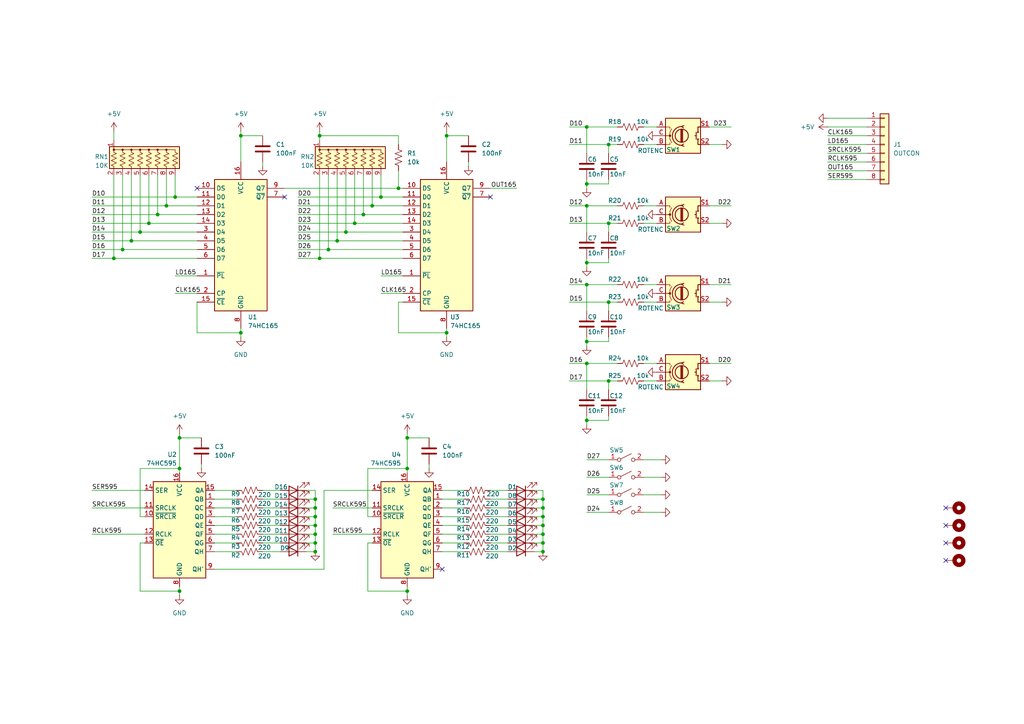
<source format=kicad_sch>
(kicad_sch (version 20231120) (generator "eeschema") (generator_version "8.0")
  (paper "A4")
  (junction (at 157.48 154.94))
  (junction (at 157.48 149.86))
  (junction (at 129.54 39.37))
  (junction (at 110.49 57.15))
  (junction (at 176.53 64.77))
  (junction (at 45.72 62.23))
  (junction (at 91.44 152.4))
  (junction (at 48.26 59.69))
  (junction (at 52.07 135.89))
  (junction (at 118.11 135.89))
  (junction (at 52.07 171.45))
  (junction (at 170.18 36.83))
  (junction (at 170.18 53.34))
  (junction (at 157.48 147.32))
  (junction (at 176.53 87.63))
  (junction (at 176.53 41.91))
  (junction (at 157.48 160.02))
  (junction (at 91.44 149.86))
  (junction (at 118.11 171.45))
  (junction (at 157.48 152.4))
  (junction (at 170.18 82.55))
  (junction (at 91.44 144.78))
  (junction (at 105.41 62.23))
  (junction (at 91.44 154.94))
  (junction (at 69.85 39.37))
  (junction (at 102.87 64.77))
  (junction (at 170.18 76.2))
  (junction (at 115.57 54.61))
  (junction (at 107.95 59.69))
  (junction (at 52.07 127))
  (junction (at 35.56 72.39))
  (junction (at 170.18 105.41))
  (junction (at 95.25 72.39))
  (junction (at 157.48 157.48))
  (junction (at 33.02 74.93))
  (junction (at 170.18 99.06))
  (junction (at 40.64 67.31))
  (junction (at 38.1 69.85))
  (junction (at 69.85 96.52))
  (junction (at 92.71 74.93))
  (junction (at 129.54 96.52))
  (junction (at 100.33 67.31))
  (junction (at 50.8 57.15))
  (junction (at 176.53 110.49))
  (junction (at 118.11 127))
  (junction (at 157.48 144.78))
  (junction (at 91.44 147.32))
  (junction (at 43.18 64.77))
  (junction (at 91.44 157.48))
  (junction (at 92.71 39.37))
  (junction (at 91.44 160.02))
  (junction (at 170.18 121.92))
  (junction (at 97.79 69.85))
  (junction (at 170.18 59.69))
  (no_connect (at 274.32 162.56))
  (no_connect (at 57.15 54.61))
  (no_connect (at 274.32 147.32))
  (no_connect (at 128.27 165.1))
  (no_connect (at 142.24 57.15))
  (no_connect (at 274.32 157.48))
  (no_connect (at 274.32 152.4))
  (no_connect (at 82.55 57.15))
  (wire (pts (xy 128.27 152.4) (xy 134.62 152.4)))
  (wire (pts (xy 186.69 82.55) (xy 190.5 82.55)))
  (wire (pts (xy 26.67 62.23) (xy 45.72 62.23)))
  (wire (pts (xy 129.54 95.25) (xy 129.54 96.52)))
  (wire (pts (xy 26.67 154.94) (xy 41.91 154.94)))
  (wire (pts (xy 76.2 147.32) (xy 81.28 147.32)))
  (wire (pts (xy 86.36 69.85) (xy 97.79 69.85)))
  (wire (pts (xy 82.55 54.61) (xy 115.57 54.61)))
  (wire (pts (xy 142.24 154.94) (xy 147.32 154.94)))
  (wire (pts (xy 115.57 87.63) (xy 115.57 96.52)))
  (wire (pts (xy 62.23 149.86) (xy 68.58 149.86)))
  (wire (pts (xy 176.53 76.2) (xy 170.18 76.2)))
  (wire (pts (xy 106.68 157.48) (xy 106.68 171.45)))
  (wire (pts (xy 165.1 87.63) (xy 176.53 87.63)))
  (wire (pts (xy 176.53 41.91) (xy 176.53 44.45)))
  (wire (pts (xy 170.18 36.83) (xy 179.07 36.83)))
  (wire (pts (xy 240.03 41.91) (xy 251.46 41.91)))
  (wire (pts (xy 186.69 36.83) (xy 190.5 36.83)))
  (wire (pts (xy 40.64 135.89) (xy 52.07 135.89)))
  (wire (pts (xy 52.07 125.73) (xy 52.07 127)))
  (wire (pts (xy 93.98 165.1) (xy 93.98 142.24)))
  (wire (pts (xy 118.11 171.45) (xy 118.11 172.72)))
  (wire (pts (xy 92.71 74.93) (xy 116.84 74.93)))
  (wire (pts (xy 170.18 99.06) (xy 170.18 100.33)))
  (wire (pts (xy 176.53 74.93) (xy 176.53 76.2)))
  (wire (pts (xy 69.85 95.25) (xy 69.85 96.52)))
  (wire (pts (xy 128.27 147.32) (xy 134.62 147.32)))
  (wire (pts (xy 26.67 147.32) (xy 41.91 147.32)))
  (wire (pts (xy 41.91 149.86) (xy 40.64 149.86)))
  (wire (pts (xy 186.69 105.41) (xy 190.5 105.41)))
  (wire (pts (xy 110.49 57.15) (xy 116.84 57.15)))
  (wire (pts (xy 176.53 64.77) (xy 176.53 67.31)))
  (wire (pts (xy 52.07 127) (xy 58.42 127)))
  (wire (pts (xy 69.85 97.79) (xy 69.85 96.52)))
  (wire (pts (xy 128.27 154.94) (xy 134.62 154.94)))
  (wire (pts (xy 176.53 120.65) (xy 176.53 121.92)))
  (wire (pts (xy 205.74 105.41) (xy 212.09 105.41)))
  (wire (pts (xy 157.48 147.32) (xy 157.48 149.86)))
  (wire (pts (xy 176.53 121.92) (xy 170.18 121.92)))
  (wire (pts (xy 105.41 50.8) (xy 105.41 62.23)))
  (wire (pts (xy 118.11 127) (xy 118.11 135.89)))
  (wire (pts (xy 165.1 36.83) (xy 170.18 36.83)))
  (wire (pts (xy 118.11 135.89) (xy 118.11 137.16)))
  (wire (pts (xy 97.79 69.85) (xy 116.84 69.85)))
  (wire (pts (xy 170.18 120.65) (xy 170.18 121.92)))
  (wire (pts (xy 52.07 135.89) (xy 52.07 137.16)))
  (wire (pts (xy 106.68 135.89) (xy 118.11 135.89)))
  (wire (pts (xy 96.52 147.32) (xy 107.95 147.32)))
  (wire (pts (xy 142.24 152.4) (xy 147.32 152.4)))
  (wire (pts (xy 58.42 134.62) (xy 58.42 135.89)))
  (wire (pts (xy 154.94 147.32) (xy 157.48 147.32)))
  (wire (pts (xy 62.23 154.94) (xy 68.58 154.94)))
  (wire (pts (xy 88.9 142.24) (xy 91.44 142.24)))
  (wire (pts (xy 43.18 50.8) (xy 43.18 64.77)))
  (wire (pts (xy 170.18 76.2) (xy 170.18 77.47)))
  (wire (pts (xy 92.71 50.8) (xy 92.71 74.93)))
  (wire (pts (xy 62.23 142.24) (xy 68.58 142.24)))
  (wire (pts (xy 26.67 72.39) (xy 35.56 72.39)))
  (wire (pts (xy 26.67 142.24) (xy 41.91 142.24)))
  (wire (pts (xy 96.52 154.94) (xy 107.95 154.94)))
  (wire (pts (xy 157.48 144.78) (xy 157.48 147.32)))
  (wire (pts (xy 105.41 62.23) (xy 116.84 62.23)))
  (wire (pts (xy 100.33 50.8) (xy 100.33 67.31)))
  (wire (pts (xy 154.94 157.48) (xy 157.48 157.48)))
  (wire (pts (xy 176.53 53.34) (xy 170.18 53.34)))
  (wire (pts (xy 107.95 50.8) (xy 107.95 59.69)))
  (wire (pts (xy 40.64 171.45) (xy 52.07 171.45)))
  (wire (pts (xy 142.24 54.61) (xy 149.86 54.61)))
  (wire (pts (xy 154.94 160.02) (xy 157.48 160.02)))
  (wire (pts (xy 205.74 36.83) (xy 212.09 36.83)))
  (wire (pts (xy 170.18 148.59) (xy 176.53 148.59)))
  (wire (pts (xy 76.2 154.94) (xy 81.28 154.94)))
  (wire (pts (xy 186.69 87.63) (xy 190.5 87.63)))
  (wire (pts (xy 176.53 99.06) (xy 170.18 99.06)))
  (wire (pts (xy 62.23 152.4) (xy 68.58 152.4)))
  (wire (pts (xy 186.69 59.69) (xy 190.5 59.69)))
  (wire (pts (xy 69.85 39.37) (xy 76.2 39.37)))
  (wire (pts (xy 240.03 34.29) (xy 251.46 34.29)))
  (wire (pts (xy 26.67 57.15) (xy 50.8 57.15)))
  (wire (pts (xy 115.57 41.91) (xy 115.57 39.37)))
  (wire (pts (xy 57.15 87.63) (xy 57.15 96.52)))
  (wire (pts (xy 157.48 152.4) (xy 157.48 154.94)))
  (wire (pts (xy 110.49 85.09) (xy 116.84 85.09)))
  (wire (pts (xy 69.85 39.37) (xy 69.85 46.99)))
  (wire (pts (xy 170.18 121.92) (xy 170.18 123.19)))
  (wire (pts (xy 50.8 57.15) (xy 57.15 57.15)))
  (wire (pts (xy 40.64 50.8) (xy 40.64 67.31)))
  (wire (pts (xy 76.2 149.86) (xy 81.28 149.86)))
  (wire (pts (xy 170.18 53.34) (xy 170.18 54.61)))
  (wire (pts (xy 92.71 38.1) (xy 92.71 39.37)))
  (wire (pts (xy 91.44 152.4) (xy 91.44 154.94)))
  (wire (pts (xy 115.57 96.52) (xy 129.54 96.52)))
  (wire (pts (xy 100.33 67.31) (xy 116.84 67.31)))
  (wire (pts (xy 191.77 143.51) (xy 186.69 143.51)))
  (wire (pts (xy 142.24 142.24) (xy 147.32 142.24)))
  (wire (pts (xy 106.68 171.45) (xy 118.11 171.45)))
  (wire (pts (xy 170.18 74.93) (xy 170.18 76.2)))
  (wire (pts (xy 91.44 157.48) (xy 91.44 160.02)))
  (wire (pts (xy 240.03 44.45) (xy 251.46 44.45)))
  (wire (pts (xy 97.79 50.8) (xy 97.79 69.85)))
  (wire (pts (xy 205.74 82.55) (xy 212.09 82.55)))
  (wire (pts (xy 191.77 138.43) (xy 186.69 138.43)))
  (wire (pts (xy 115.57 39.37) (xy 92.71 39.37)))
  (wire (pts (xy 176.53 110.49) (xy 176.53 113.03)))
  (wire (pts (xy 107.95 59.69) (xy 116.84 59.69)))
  (wire (pts (xy 209.55 110.49) (xy 205.74 110.49)))
  (wire (pts (xy 165.1 110.49) (xy 176.53 110.49)))
  (wire (pts (xy 52.07 171.45) (xy 52.07 172.72)))
  (wire (pts (xy 170.18 59.69) (xy 170.18 67.31)))
  (wire (pts (xy 240.03 39.37) (xy 251.46 39.37)))
  (wire (pts (xy 76.2 157.48) (xy 81.28 157.48)))
  (wire (pts (xy 92.71 39.37) (xy 92.71 40.64)))
  (wire (pts (xy 209.55 41.91) (xy 205.74 41.91)))
  (wire (pts (xy 40.64 157.48) (xy 41.91 157.48)))
  (wire (pts (xy 110.49 50.8) (xy 110.49 57.15)))
  (wire (pts (xy 91.44 154.94) (xy 91.44 157.48)))
  (wire (pts (xy 129.54 39.37) (xy 129.54 46.99)))
  (wire (pts (xy 176.53 41.91) (xy 179.07 41.91)))
  (wire (pts (xy 26.67 64.77) (xy 43.18 64.77)))
  (wire (pts (xy 154.94 152.4) (xy 157.48 152.4)))
  (wire (pts (xy 142.24 147.32) (xy 147.32 147.32)))
  (wire (pts (xy 38.1 69.85) (xy 57.15 69.85)))
  (wire (pts (xy 38.1 50.8) (xy 38.1 69.85)))
  (wire (pts (xy 170.18 82.55) (xy 179.07 82.55)))
  (wire (pts (xy 128.27 142.24) (xy 134.62 142.24)))
  (wire (pts (xy 86.36 74.93) (xy 92.71 74.93)))
  (wire (pts (xy 50.8 80.01) (xy 57.15 80.01)))
  (wire (pts (xy 129.54 96.52) (xy 129.54 97.79)))
  (wire (pts (xy 26.67 67.31) (xy 40.64 67.31)))
  (wire (pts (xy 76.2 152.4) (xy 81.28 152.4)))
  (wire (pts (xy 95.25 50.8) (xy 95.25 72.39)))
  (wire (pts (xy 76.2 46.99) (xy 76.2 48.26)))
  (wire (pts (xy 91.44 144.78) (xy 91.44 147.32)))
  (wire (pts (xy 142.24 144.78) (xy 147.32 144.78)))
  (wire (pts (xy 88.9 144.78) (xy 91.44 144.78)))
  (wire (pts (xy 186.69 110.49) (xy 190.5 110.49)))
  (wire (pts (xy 142.24 149.86) (xy 147.32 149.86)))
  (wire (pts (xy 157.48 154.94) (xy 157.48 157.48)))
  (wire (pts (xy 40.64 149.86) (xy 40.64 135.89)))
  (wire (pts (xy 165.1 59.69) (xy 170.18 59.69)))
  (wire (pts (xy 62.23 144.78) (xy 68.58 144.78)))
  (wire (pts (xy 35.56 72.39) (xy 57.15 72.39)))
  (wire (pts (xy 209.55 87.63) (xy 205.74 87.63)))
  (wire (pts (xy 128.27 160.02) (xy 134.62 160.02)))
  (wire (pts (xy 40.64 67.31) (xy 57.15 67.31)))
  (wire (pts (xy 240.03 49.53) (xy 251.46 49.53)))
  (wire (pts (xy 86.36 72.39) (xy 95.25 72.39)))
  (wire (pts (xy 50.8 85.09) (xy 57.15 85.09)))
  (wire (pts (xy 107.95 149.86) (xy 106.68 149.86)))
  (wire (pts (xy 50.8 50.8) (xy 50.8 57.15)))
  (wire (pts (xy 170.18 105.41) (xy 179.07 105.41)))
  (wire (pts (xy 91.44 149.86) (xy 91.44 152.4)))
  (wire (pts (xy 102.87 50.8) (xy 102.87 64.77)))
  (wire (pts (xy 95.25 72.39) (xy 116.84 72.39)))
  (wire (pts (xy 176.53 52.07) (xy 176.53 53.34)))
  (wire (pts (xy 176.53 110.49) (xy 179.07 110.49)))
  (wire (pts (xy 62.23 147.32) (xy 68.58 147.32)))
  (wire (pts (xy 176.53 87.63) (xy 176.53 90.17)))
  (wire (pts (xy 88.9 160.02) (xy 91.44 160.02)))
  (wire (pts (xy 154.94 142.24) (xy 157.48 142.24)))
  (wire (pts (xy 88.9 157.48) (xy 91.44 157.48)))
  (wire (pts (xy 165.1 82.55) (xy 170.18 82.55)))
  (wire (pts (xy 26.67 74.93) (xy 33.02 74.93)))
  (wire (pts (xy 33.02 74.93) (xy 57.15 74.93)))
  (wire (pts (xy 91.44 147.32) (xy 91.44 149.86)))
  (wire (pts (xy 176.53 87.63) (xy 179.07 87.63)))
  (wire (pts (xy 129.54 38.1) (xy 129.54 39.37)))
  (wire (pts (xy 62.23 157.48) (xy 68.58 157.48)))
  (wire (pts (xy 118.11 170.18) (xy 118.11 171.45)))
  (wire (pts (xy 118.11 125.73) (xy 118.11 127)))
  (wire (pts (xy 33.02 38.1) (xy 33.02 40.64)))
  (wire (pts (xy 170.18 36.83) (xy 170.18 44.45)))
  (wire (pts (xy 62.23 165.1) (xy 93.98 165.1)))
  (wire (pts (xy 165.1 41.91) (xy 176.53 41.91)))
  (wire (pts (xy 62.23 160.02) (xy 68.58 160.02)))
  (wire (pts (xy 142.24 160.02) (xy 147.32 160.02)))
  (wire (pts (xy 128.27 149.86) (xy 134.62 149.86)))
  (wire (pts (xy 52.07 170.18) (xy 52.07 171.45)))
  (wire (pts (xy 186.69 41.91) (xy 190.5 41.91)))
  (wire (pts (xy 170.18 59.69) (xy 179.07 59.69)))
  (wire (pts (xy 191.77 133.35) (xy 186.69 133.35)))
  (wire (pts (xy 86.36 62.23) (xy 105.41 62.23)))
  (wire (pts (xy 157.48 149.86) (xy 157.48 152.4)))
  (wire (pts (xy 205.74 59.69) (xy 212.09 59.69)))
  (wire (pts (xy 86.36 57.15) (xy 110.49 57.15)))
  (wire (pts (xy 45.72 62.23) (xy 57.15 62.23)))
  (wire (pts (xy 135.89 46.99) (xy 135.89 48.26)))
  (wire (pts (xy 170.18 105.41) (xy 170.18 113.03)))
  (wire (pts (xy 170.18 82.55) (xy 170.18 90.17)))
  (wire (pts (xy 128.27 157.48) (xy 134.62 157.48)))
  (wire (pts (xy 170.18 143.51) (xy 176.53 143.51)))
  (wire (pts (xy 26.67 69.85) (xy 38.1 69.85)))
  (wire (pts (xy 118.11 127) (xy 124.46 127)))
  (wire (pts (xy 186.69 64.77) (xy 190.5 64.77)))
  (wire (pts (xy 86.36 67.31) (xy 100.33 67.31)))
  (wire (pts (xy 76.2 142.24) (xy 81.28 142.24)))
  (wire (pts (xy 154.94 154.94) (xy 157.48 154.94)))
  (wire (pts (xy 165.1 105.41) (xy 170.18 105.41)))
  (wire (pts (xy 88.9 152.4) (xy 91.44 152.4)))
  (wire (pts (xy 40.64 157.48) (xy 40.64 171.45)))
  (wire (pts (xy 240.03 46.99) (xy 251.46 46.99)))
  (wire (pts (xy 57.15 96.52) (xy 69.85 96.52)))
  (wire (pts (xy 91.44 142.24) (xy 91.44 144.78)))
  (wire (pts (xy 170.18 97.79) (xy 170.18 99.06)))
  (wire (pts (xy 116.84 87.63) (xy 115.57 87.63)))
  (wire (pts (xy 88.9 154.94) (xy 91.44 154.94)))
  (wire (pts (xy 170.18 52.07) (xy 170.18 53.34)))
  (wire (pts (xy 165.1 64.77) (xy 176.53 64.77)))
  (wire (pts (xy 240.03 36.83) (xy 251.46 36.83)))
  (wire (pts (xy 142.24 157.48) (xy 147.32 157.48)))
  (wire (pts (xy 128.27 144.78) (xy 134.62 144.78)))
  (wire (pts (xy 88.9 147.32) (xy 91.44 147.32)))
  (wire (pts (xy 191.77 148.59) (xy 186.69 148.59)))
  (wire (pts (xy 88.9 149.86) (xy 91.44 149.86)))
  (wire (pts (xy 115.57 49.53) (xy 115.57 54.61)))
  (wire (pts (xy 157.48 157.48) (xy 157.48 160.02)))
  (wire (pts (xy 176.53 97.79) (xy 176.53 99.06)))
  (wire (pts (xy 48.26 59.69) (xy 57.15 59.69)))
  (wire (pts (xy 106.68 157.48) (xy 107.95 157.48)))
  (wire (pts (xy 86.36 59.69) (xy 107.95 59.69)))
  (wire (pts (xy 106.68 149.86) (xy 106.68 135.89)))
  (wire (pts (xy 209.55 64.77) (xy 205.74 64.77)))
  (wire (pts (xy 176.53 64.77) (xy 179.07 64.77)))
  (wire (pts (xy 157.48 144.78) (xy 157.48 142.24)))
  (wire (pts (xy 43.18 64.77) (xy 57.15 64.77)))
  (wire (pts (xy 129.54 39.37) (xy 135.89 39.37)))
  (wire (pts (xy 124.46 134.62) (xy 124.46 135.89)))
  (wire (pts (xy 52.07 127) (xy 52.07 135.89)))
  (wire (pts (xy 35.56 50.8) (xy 35.56 72.39)))
  (wire (pts (xy 240.03 52.07) (xy 251.46 52.07)))
  (wire (pts (xy 33.02 50.8) (xy 33.02 74.93)))
  (wire (pts (xy 93.98 142.24) (xy 107.95 142.24)))
  (wire (pts (xy 26.67 59.69) (xy 48.26 59.69)))
  (wire (pts (xy 45.72 50.8) (xy 45.72 62.23)))
  (wire (pts (xy 69.85 38.1) (xy 69.85 39.37)))
  (wire (pts (xy 154.94 149.86) (xy 157.48 149.86)))
  (wire (pts (xy 170.18 138.43) (xy 176.53 138.43)))
  (wire (pts (xy 102.87 64.77) (xy 116.84 64.77)))
  (wire (pts (xy 170.18 133.35) (xy 176.53 133.35)))
  (wire (pts (xy 110.49 80.01) (xy 116.84 80.01)))
  (wire (pts (xy 48.26 50.8) (xy 48.26 59.69)))
  (wire (pts (xy 76.2 160.02) (xy 81.28 160.02)))
  (wire (pts (xy 115.57 54.61) (xy 116.84 54.61)))
  (wire (pts (xy 86.36 64.77) (xy 102.87 64.77)))
  (wire (pts (xy 154.94 144.78) (xy 157.48 144.78)))
  (wire (pts (xy 76.2 144.78) (xy 81.28 144.78)))
  (label "LD165" (at 50.8 80.01 0))
  (label "CLK165" (at 240.03 39.37 0))
  (label "D17" (at 26.67 74.93 0))
  (label "D14" (at 165.1 82.55 0))
  (label "D15" (at 165.1 87.63 0))
  (label "D22" (at 212.09 59.69 180))
  (label "D13" (at 26.67 64.77 0))
  (label "RCLK595" (at 26.67 154.94 0))
  (label "D12" (at 165.1 59.69 0))
  (label "RCLK595" (at 240.03 46.99 0))
  (label "OUT165" (at 149.86 54.61 180))
  (label "D16" (at 165.1 105.41 0))
  (label "D10" (at 26.67 57.15 0))
  (label "CLK165" (at 50.8 85.09 0))
  (label "SRCLK595" (at 96.52 147.32 0))
  (label "D21" (at 86.36 59.69 0))
  (label "D17" (at 165.1 110.49 0))
  (label "D11" (at 165.1 41.91 0))
  (label "SRCLK595" (at 240.03 44.45 0))
  (label "D20" (at 212.09 105.41 180))
  (label "D20" (at 86.36 57.15 0))
  (label "D23" (at 210.82 36.83 180))
  (label "D15" (at 26.67 69.85 0))
  (label "LD165" (at 110.49 80.01 0))
  (label "D24" (at 170.18 148.59 0))
  (label "CLK165" (at 110.49 85.09 0))
  (label "D21" (at 212.09 82.55 180))
  (label "SER595" (at 26.67 142.24 0))
  (label "D27" (at 86.36 74.93 0))
  (label "D12" (at 26.67 62.23 0))
  (label "D13" (at 165.1 64.77 0))
  (label "D22" (at 86.36 62.23 0))
  (label "SRCLK595" (at 26.67 147.32 0))
  (label "D14" (at 26.67 67.31 0))
  (label "D10" (at 165.1 36.83 0))
  (label "D11" (at 26.67 59.69 0))
  (label "D26" (at 86.36 72.39 0))
  (label "D25" (at 86.36 69.85 0))
  (label "SER595" (at 240.03 52.07 0))
  (label "RCLK595" (at 96.52 154.94 0))
  (label "D26" (at 170.18 138.43 0))
  (label "D24" (at 86.36 67.31 0))
  (label "D27" (at 170.18 133.35 0))
  (label "LD165" (at 240.03 41.91 0))
  (label "OUT165" (at 240.03 49.53 0))
  (label "D25" (at 170.18 143.51 0))
  (label "D16" (at 26.67 72.39 0))
  (label "D23" (at 86.36 64.77 0))
  (symbol (lib_id "Device:R_US") (at 72.39 152.4 90) (mirror x) (unit 1)
    (property "Reference" "R5" (at 68.326 153.416 90))
    (property "Value" "220" (at 76.708 153.67 90))
    (property "Footprint" "Resistor_THT:R_Axial_DIN0207_L6.3mm_D2.5mm_P10.16mm_Horizontal" (effects (hide yes)))
    (property "Description" "Resistor, US symbol" (effects (hide yes)))
  )
  (symbol (lib_id "Device:LED") (at 85.09 147.32 180) (unit 1)
    (property "Reference" "D14" (at 81.534 146.304 0))
    (property "Value" "LED" (effects (hide yes)))
    (property "Footprint" "LED_THT:LED_D3.0mm" (effects (hide yes)))
    (property "Description" "Light emitting diode" (effects (hide yes)))
  )
  (symbol (lib_id "Device:C") (at 76.2 43.18 0) (unit 1)
    (property "Reference" "C1" (at 80.01 41.9099 0) (effects (justify left)))
    (property "Value" "100nF" (at 80.01 44.4499 0) (effects (justify left)))
    (property "Footprint" "Capacitor_THT:C_Rect_L4.0mm_W2.5mm_P2.50mm" (effects (hide yes)))
    (property "Description" "Unpolarized capacitor" (effects (hide yes)))
  )
  (symbol (lib_id "Device:LED") (at 151.13 149.86 180) (unit 1)
    (property "Reference" "D6" (at 148.59 148.844 0))
    (property "Value" "LED" (effects (hide yes)))
    (property "Footprint" "LED_THT:LED_D3.0mm" (effects (hide yes)))
    (property "Description" "Light emitting diode" (effects (hide yes)))
  )
  (symbol (lib_id "Device:LED") (at 85.09 142.24 180) (unit 1)
    (property "Reference" "D16" (at 81.534 141.224 0))
    (property "Value" "LED" (effects (hide yes)))
    (property "Footprint" "LED_THT:LED_D3.0mm" (effects (hide yes)))
    (property "Description" "Light emitting diode" (effects (hide yes)))
  )
  (symbol (lib_id "Device:R_US") (at 72.39 144.78 90) (mirror x) (unit 1)
    (property "Reference" "R8" (at 68.326 145.796 90))
    (property "Value" "220" (at 76.708 146.05 90))
    (property "Footprint" "Resistor_THT:R_Axial_DIN0207_L6.3mm_D2.5mm_P10.16mm_Horizontal" (effects (hide yes)))
    (property "Description" "Resistor, US symbol" (effects (hide yes)))
  )
  (symbol (lib_id "Device:R_US") (at 182.88 59.69 90) (unit 1)
    (property "Reference" "R20" (at 178.308 58.166 90))
    (property "Value" "10k" (at 186.436 58.166 90))
    (property "Footprint" "Resistor_THT:R_Axial_DIN0207_L6.3mm_D2.5mm_P10.16mm_Horizontal" (effects (hide yes)))
    (property "Description" "Resistor, US symbol" (effects (hide yes)))
  )
  (symbol (lib_id "Device:RotaryEncoder_Switch") (at 198.12 62.23 0) (unit 1)
    (property "Reference" "SW2" (at 195.326 66.294 0))
    (property "Value" "ROTENC" (at 188.722 66.548 0))
    (property "Footprint" "Rotary_Encoder:RotaryEncoder_Alps_EC11E-Switch_Vertical_H20mm" (effects (hide yes)))
    (property "Description" "Rotary encoder, dual channel, incremental quadrate outputs, with switch" (effects (hide yes)))
  )
  (symbol (lib_id "power:GND") (at 118.11 172.72 0) (unit 1)
    (property "Reference" "#PWR010" (effects (hide yes)))
    (property "Value" "GND" (at 118.11 177.8 0))
    (property "Description" "Power symbol creates a global label with name \"GND\" , ground" (effects (hide yes)))
  )
  (symbol (lib_id "Device:LED") (at 85.09 149.86 180) (unit 1)
    (property "Reference" "D13" (at 81.534 148.844 0))
    (property "Value" "LED" (effects (hide yes)))
    (property "Footprint" "LED_THT:LED_D3.0mm" (effects (hide yes)))
    (property "Description" "Light emitting diode" (effects (hide yes)))
  )
  (symbol (lib_id "power:GND") (at 91.44 160.02 0) (unit 1)
    (property "Reference" "#PWR028" (effects (hide yes)))
    (property "Value" "GND" (effects (hide yes)))
    (property "Description" "Power symbol creates a global label with name \"GND\" , ground" (effects (hide yes)))
  )
  (symbol (lib_id "Device:R_US") (at 138.43 154.94 90) (mirror x) (unit 1)
    (property "Reference" "R13" (at 134.366 155.956 90))
    (property "Value" "220" (at 142.748 156.21 90))
    (property "Footprint" "Resistor_THT:R_Axial_DIN0207_L6.3mm_D2.5mm_P10.16mm_Horizontal" (effects (hide yes)))
    (property "Description" "Resistor, US symbol" (effects (hide yes)))
  )
  (symbol (lib_id "Mechanical:MountingHole_Pad") (at 276.86 162.56 270) (unit 1) (exclude_from_sim yes) (in_bom no)
    (property "Reference" "H4" (effects (hide yes)))
    (property "Value" "MountingHole_Pad" (effects (hide yes)))
    (property "Footprint" "MountingHole:MountingHole_3mm_Pad" (effects (hide yes)))
    (property "Description" "Mounting Hole with connection" (effects (hide yes)))
  )
  (symbol (lib_id "Device:R_US") (at 72.39 157.48 90) (mirror x) (unit 1)
    (property "Reference" "R3" (at 68.326 158.496 90))
    (property "Value" "220" (at 76.708 158.75 90))
    (property "Footprint" "Resistor_THT:R_Axial_DIN0207_L6.3mm_D2.5mm_P10.16mm_Horizontal" (effects (hide yes)))
    (property "Description" "Resistor, US symbol" (effects (hide yes)))
  )
  (symbol (lib_id "power:GND") (at 191.77 138.43 90) (unit 1)
    (property "Reference" "#PWR024" (effects (hide yes)))
    (property "Value" "GND" (effects (hide yes)))
    (property "Description" "Power symbol creates a global label with name \"GND\" , ground" (effects (hide yes)))
  )
  (symbol (lib_id "power:+5V") (at 52.07 125.73 0) (unit 1)
    (property "Reference" "#PWR08" (effects (hide yes)))
    (property "Value" "+5V" (at 52.07 120.65 0))
    (property "Description" "Power symbol creates a global label with name \"+5V\"" (effects (hide yes)))
  )
  (symbol (lib_id "power:GND") (at 124.46 135.89 0) (unit 1)
    (property "Reference" "#PWR014" (effects (hide yes)))
    (property "Value" "GND" (effects (hide yes)))
    (property "Description" "Power symbol creates a global label with name \"GND\" , ground" (effects (hide yes)))
  )
  (symbol (lib_id "power:+5V") (at 118.11 125.73 0) (unit 1)
    (property "Reference" "#PWR09" (effects (hide yes)))
    (property "Value" "+5V" (at 118.11 120.65 0))
    (property "Description" "Power symbol creates a global label with name \"+5V\"" (effects (hide yes)))
  )
  (symbol (lib_id "Device:LED") (at 151.13 157.48 180) (unit 1)
    (property "Reference" "D3" (at 148.59 156.464 0))
    (property "Value" "LED" (effects (hide yes)))
    (property "Footprint" "LED_THT:LED_D3.0mm" (effects (hide yes)))
    (property "Description" "Light emitting diode" (effects (hide yes)))
  )
  (symbol (lib_id "power:GND") (at 209.55 41.91 90) (unit 1)
    (property "Reference" "#PWR015" (effects (hide yes)))
    (property "Value" "GND" (effects (hide yes)))
    (property "Description" "Power symbol creates a global label with name \"GND\" , ground" (effects (hide yes)))
  )
  (symbol (lib_id "power:GND") (at 191.77 143.51 90) (unit 1)
    (property "Reference" "#PWR025" (effects (hide yes)))
    (property "Value" "GND" (effects (hide yes)))
    (property "Description" "Power symbol creates a global label with name \"GND\" , ground" (effects (hide yes)))
  )
  (symbol (lib_id "74xx:74HC595") (at 118.11 152.4 0) (unit 1)
    (property "Reference" "U4" (at 116.332 131.826 0) (effects (justify right)))
    (property "Value" "74HC595" (at 116.332 134.366 0) (effects (justify right)))
    (property "Footprint" "Package_DIP:DIP-16_W7.62mm_LongPads" (effects (hide yes)))
    (property "Datasheet" "http://www.ti.com/lit/ds/symlink/sn74hc595.pdf" (effects (hide yes)))
    (property "Description" "8-bit serial in/out Shift Register 3-State Outputs" (effects (hide yes)))
  )
  (symbol (lib_id "Device:R_US") (at 182.88 105.41 90) (unit 1)
    (property "Reference" "R24" (at 178.308 103.886 90))
    (property "Value" "10k" (at 186.436 103.886 90))
    (property "Footprint" "Resistor_THT:R_Axial_DIN0207_L6.3mm_D2.5mm_P10.16mm_Horizontal" (effects (hide yes)))
    (property "Description" "Resistor, US symbol" (effects (hide yes)))
  )
  (symbol (lib_id "Device:R_US") (at 72.39 147.32 90) (mirror x) (unit 1)
    (property "Reference" "R7" (at 68.326 148.336 90))
    (property "Value" "220" (at 76.708 148.59 90))
    (property "Footprint" "Resistor_THT:R_Axial_DIN0207_L6.3mm_D2.5mm_P10.16mm_Horizontal" (effects (hide yes)))
    (property "Description" "Resistor, US symbol" (effects (hide yes)))
  )
  (symbol (lib_id "Device:R_US") (at 138.43 157.48 90) (mirror x) (unit 1)
    (property "Reference" "R12" (at 134.366 158.496 90))
    (property "Value" "220" (at 142.748 158.75 90))
    (property "Footprint" "Resistor_THT:R_Axial_DIN0207_L6.3mm_D2.5mm_P10.16mm_Horizontal" (effects (hide yes)))
    (property "Description" "Resistor, US symbol" (effects (hide yes)))
  )
  (symbol (lib_id "Device:RotaryEncoder_Switch") (at 198.12 85.09 0) (unit 1)
    (property "Reference" "SW3" (at 195.326 89.154 0))
    (property "Value" "ROTENC" (at 188.722 89.408 0))
    (property "Footprint" "Rotary_Encoder:RotaryEncoder_Alps_EC11E-Switch_Vertical_H20mm" (effects (hide yes)))
    (property "Description" "Rotary encoder, dual channel, incremental quadrate outputs, with switch" (effects (hide yes)))
  )
  (symbol (lib_id "Switch:SW_SPST") (at 181.61 133.35 0) (unit 1)
    (property "Reference" "SW5" (at 178.816 130.556 0))
    (property "Value" "IN" (effects (hide yes)))
    (property "Footprint" "Button_Switch_THT:SW_PUSH_6mm" (effects (hide yes)))
    (property "Description" "Single Pole Single Throw (SPST) switch" (effects (hide yes)))
  )
  (symbol (lib_id "Device:C") (at 58.42 130.81 0) (unit 1)
    (property "Reference" "C3" (at 62.23 129.5399 0) (effects (justify left)))
    (property "Value" "100nF" (at 62.23 132.0799 0) (effects (justify left)))
    (property "Footprint" "Capacitor_THT:C_Rect_L4.0mm_W2.5mm_P2.50mm" (effects (hide yes)))
    (property "Description" "Unpolarized capacitor" (effects (hide yes)))
  )
  (symbol (lib_id "Device:R_US") (at 138.43 149.86 90) (mirror x) (unit 1)
    (property "Reference" "R15" (at 134.366 150.876 90))
    (property "Value" "220" (at 142.748 151.13 90))
    (property "Footprint" "Resistor_THT:R_Axial_DIN0207_L6.3mm_D2.5mm_P10.16mm_Horizontal" (effects (hide yes)))
    (property "Description" "Resistor, US symbol" (effects (hide yes)))
  )
  (symbol (lib_id "Switch:SW_SPST") (at 181.61 138.43 0) (unit 1)
    (property "Reference" "SW6" (at 178.816 135.636 0))
    (property "Value" "IN" (effects (hide yes)))
    (property "Footprint" "Button_Switch_THT:SW_PUSH_6mm" (effects (hide yes)))
    (property "Description" "Single Pole Single Throw (SPST) switch" (effects (hide yes)))
  )
  (symbol (lib_id "power:GND") (at 190.5 62.23 270) (unit 1)
    (property "Reference" "#PWR031" (effects (hide yes)))
    (property "Value" "GND" (effects (hide yes)))
    (property "Description" "Power symbol creates a global label with name \"GND\" , ground" (effects (hide yes)))
  )
  (symbol (lib_id "Device:R_Network08_US") (at 102.87 45.72 0) (unit 1)
    (property "Reference" "RN2" (at 91.186 45.466 0) (effects (justify right)))
    (property "Value" "10K" (at 91.186 48.006 0) (effects (justify right)))
    (property "Footprint" "Resistor_THT:R_Array_SIP9" (effects (hide yes)))
    (property "Datasheet" "http://www.vishay.com/docs/31509/csc.pdf" (effects (hide yes)))
    (property "Description" "8 resistor network, star topology, bussed resistors, small US symbol" (effects (hide yes)))
  )
  (symbol (lib_id "Device:R_US") (at 182.88 87.63 90) (unit 1)
    (property "Reference" "R23" (at 178.308 86.106 90))
    (property "Value" "10k" (at 186.436 86.106 90))
    (property "Footprint" "Resistor_THT:R_Axial_DIN0207_L6.3mm_D2.5mm_P10.16mm_Horizontal" (effects (hide yes)))
    (property "Description" "Resistor, US symbol" (effects (hide yes)))
  )
  (symbol (lib_id "power:GND") (at 76.2 48.26 0) (unit 1)
    (property "Reference" "#PWR011" (effects (hide yes)))
    (property "Value" "GND" (effects (hide yes)))
    (property "Description" "Power symbol creates a global label with name \"GND\" , ground" (effects (hide yes)))
  )
  (symbol (lib_id "Device:R_US") (at 182.88 82.55 90) (unit 1)
    (property "Reference" "R22" (at 178.308 81.026 90))
    (property "Value" "10k" (at 186.436 81.026 90))
    (property "Footprint" "Resistor_THT:R_Axial_DIN0207_L6.3mm_D2.5mm_P10.16mm_Horizontal" (effects (hide yes)))
    (property "Description" "Resistor, US symbol" (effects (hide yes)))
  )
  (symbol (lib_id "power:GND") (at 190.5 39.37 270) (unit 1)
    (property "Reference" "#PWR032" (effects (hide yes)))
    (property "Value" "GND" (effects (hide yes)))
    (property "Description" "Power symbol creates a global label with name \"GND\" , ground" (effects (hide yes)))
  )
  (symbol (lib_id "Device:LED") (at 85.09 144.78 180) (unit 1)
    (property "Reference" "D15" (at 81.534 143.764 0))
    (property "Value" "LED" (effects (hide yes)))
    (property "Footprint" "LED_THT:LED_D3.0mm" (effects (hide yes)))
    (property "Description" "Light emitting diode" (effects (hide yes)))
  )
  (symbol (lib_id "power:GND") (at 135.89 48.26 0) (unit 1)
    (property "Reference" "#PWR012" (effects (hide yes)))
    (property "Value" "GND" (effects (hide yes)))
    (property "Description" "Power symbol creates a global label with name \"GND\" , ground" (effects (hide yes)))
  )
  (symbol (lib_id "Device:R_US") (at 115.57 45.72 0) (unit 1)
    (property "Reference" "R1" (at 118.11 44.4499 0) (effects (justify left)))
    (property "Value" "10k" (at 118.11 46.9899 0) (effects (justify left)))
    (property "Footprint" "Resistor_THT:R_Axial_DIN0207_L6.3mm_D2.5mm_P10.16mm_Horizontal" (effects (hide yes)))
    (property "Description" "Resistor, US symbol" (effects (hide yes)))
  )
  (symbol (lib_id "power:GND") (at 170.18 100.33 0) (unit 1)
    (property "Reference" "#PWR019" (effects (hide yes)))
    (property "Value" "GND" (effects (hide yes)))
    (property "Description" "Power symbol creates a global label with name \"GND\" , ground" (effects (hide yes)))
  )
  (symbol (lib_id "Device:R_US") (at 72.39 160.02 90) (mirror x) (unit 1)
    (property "Reference" "R2" (at 68.326 161.036 90))
    (property "Value" "220" (at 76.708 161.29 90))
    (property "Footprint" "Resistor_THT:R_Axial_DIN0207_L6.3mm_D2.5mm_P10.16mm_Horizontal" (effects (hide yes)))
    (property "Description" "Resistor, US symbol" (effects (hide yes)))
  )
  (symbol (lib_id "power:GND") (at 170.18 77.47 0) (unit 1)
    (property "Reference" "#PWR017" (effects (hide yes)))
    (property "Value" "GND" (effects (hide yes)))
    (property "Description" "Power symbol creates a global label with name \"GND\" , ground" (effects (hide yes)))
  )
  (symbol (lib_id "Device:LED") (at 151.13 142.24 180) (unit 1)
    (property "Reference" "D1" (at 148.59 141.224 0))
    (property "Value" "LED" (effects (hide yes)))
    (property "Footprint" "LED_THT:LED_D3.0mm" (effects (hide yes)))
    (property "Description" "Light emitting diode" (effects (hide yes)))
  )
  (symbol (lib_id "Switch:SW_SPST") (at 181.61 143.51 0) (unit 1)
    (property "Reference" "SW7" (at 178.816 140.716 0))
    (property "Value" "IN" (effects (hide yes)))
    (property "Footprint" "Button_Switch_THT:SW_PUSH_6mm" (effects (hide yes)))
    (property "Description" "Single Pole Single Throw (SPST) switch" (effects (hide yes)))
  )
  (symbol (lib_id "Device:LED") (at 85.09 157.48 180) (unit 1)
    (property "Reference" "D10" (at 81.534 156.464 0))
    (property "Value" "LED" (effects (hide yes)))
    (property "Footprint" "LED_THT:LED_D3.0mm" (effects (hide yes)))
    (property "Description" "Light emitting diode" (effects (hide yes)))
  )
  (symbol (lib_id "74xx:74HC165") (at 69.85 69.85 0) (unit 1)
    (property "Reference" "U1" (at 71.882 91.948 0) (effects (justify left)))
    (property "Value" "74HC165" (at 71.882 94.488 0) (effects (justify left)))
    (property "Footprint" "Package_DIP:DIP-16_W7.62mm_LongPads" (effects (hide yes)))
    (property "Datasheet" "https://assets.nexperia.com/documents/data-sheet/74HC_HCT165.pdf" (effects (hide yes)))
    (property "Description" "Shift Register, 8-bit, Parallel Load" (effects (hide yes)))
  )
  (symbol (lib_id "Device:R_US") (at 72.39 142.24 90) (mirror x) (unit 1)
    (property "Reference" "R9" (at 68.326 143.256 90))
    (property "Value" "220" (at 76.708 143.51 90))
    (property "Footprint" "Resistor_THT:R_Axial_DIN0207_L6.3mm_D2.5mm_P10.16mm_Horizontal" (effects (hide yes)))
    (property "Description" "Resistor, US symbol" (effects (hide yes)))
  )
  (symbol (lib_id "Device:R_US") (at 138.43 147.32 90) (mirror x) (unit 1)
    (property "Reference" "R16" (at 134.366 148.336 90))
    (property "Value" "220" (at 142.748 148.59 90))
    (property "Footprint" "Resistor_THT:R_Axial_DIN0207_L6.3mm_D2.5mm_P10.16mm_Horizontal" (effects (hide yes)))
    (property "Description" "Resistor, US symbol" (effects (hide yes)))
  )
  (symbol (lib_id "Device:C") (at 176.53 93.98 0) (unit 1)
    (property "Reference" "C10" (at 176.784 91.948 0) (effects (justify left)))
    (property "Value" "10nF" (at 176.784 96.266 0) (effects (justify left)))
    (property "Footprint" "Capacitor_THT:C_Rect_L4.0mm_W2.5mm_P2.50mm" (effects (hide yes)))
    (property "Description" "Unpolarized capacitor" (effects (hide yes)))
  )
  (symbol (lib_id "Device:C") (at 135.89 43.18 0) (unit 1)
    (property "Reference" "C2" (at 139.7 41.9099 0) (effects (justify left)))
    (property "Value" "100nF" (at 139.7 44.4499 0) (effects (justify left)))
    (property "Footprint" "Capacitor_THT:C_Rect_L4.0mm_W2.5mm_P2.50mm" (effects (hide yes)))
    (property "Description" "Unpolarized capacitor" (effects (hide yes)))
  )
  (symbol (lib_id "power:GND") (at 190.5 85.09 270) (unit 1)
    (property "Reference" "#PWR030" (effects (hide yes)))
    (property "Value" "GND" (effects (hide yes)))
    (property "Description" "Power symbol creates a global label with name \"GND\" , ground" (effects (hide yes)))
  )
  (symbol (lib_id "Mechanical:MountingHole_Pad") (at 276.86 152.4 270) (unit 1) (exclude_from_sim yes) (in_bom no)
    (property "Reference" "H2" (effects (hide yes)))
    (property "Value" "MountingHole_Pad" (effects (hide yes)))
    (property "Footprint" "MountingHole:MountingHole_3mm_Pad" (effects (hide yes)))
    (property "Description" "Mounting Hole with connection" (effects (hide yes)))
  )
  (symbol (lib_id "Device:R_US") (at 138.43 160.02 90) (mirror x) (unit 1)
    (property "Reference" "R11" (at 134.366 161.036 90))
    (property "Value" "220" (at 142.748 161.29 90))
    (property "Footprint" "Resistor_THT:R_Axial_DIN0207_L6.3mm_D2.5mm_P10.16mm_Horizontal" (effects (hide yes)))
    (property "Description" "Resistor, US symbol" (effects (hide yes)))
  )
  (symbol (lib_id "power:GND") (at 209.55 64.77 90) (unit 1)
    (property "Reference" "#PWR018" (effects (hide yes)))
    (property "Value" "GND" (effects (hide yes)))
    (property "Description" "Power symbol creates a global label with name \"GND\" , ground" (effects (hide yes)))
  )
  (symbol (lib_id "74xx:74HC595") (at 52.07 152.4 0) (unit 1)
    (property "Reference" "U2" (at 51.308 131.826 0) (effects (justify right)))
    (property "Value" "74HC595" (at 51.308 134.366 0) (effects (justify right)))
    (property "Footprint" "Package_DIP:DIP-16_W7.62mm_LongPads" (effects (hide yes)))
    (property "Datasheet" "http://www.ti.com/lit/ds/symlink/sn74hc595.pdf" (effects (hide yes)))
    (property "Description" "8-bit serial in/out Shift Register 3-State Outputs" (effects (hide yes)))
  )
  (symbol (lib_id "Device:LED") (at 85.09 152.4 180) (unit 1)
    (property "Reference" "D12" (at 81.534 151.384 0))
    (property "Value" "LED" (effects (hide yes)))
    (property "Footprint" "LED_THT:LED_D3.0mm" (effects (hide yes)))
    (property "Description" "Light emitting diode" (effects (hide yes)))
  )
  (symbol (lib_id "power:GND") (at 191.77 148.59 90) (unit 1)
    (property "Reference" "#PWR026" (effects (hide yes)))
    (property "Value" "GND" (effects (hide yes)))
    (property "Description" "Power symbol creates a global label with name \"GND\" , ground" (effects (hide yes)))
  )
  (symbol (lib_id "Device:C") (at 170.18 48.26 0) (unit 1)
    (property "Reference" "C6" (at 170.434 46.228 0) (effects (justify left)))
    (property "Value" "10nF" (at 170.434 50.546 0) (effects (justify left)))
    (property "Footprint" "Capacitor_THT:C_Rect_L4.0mm_W2.5mm_P2.50mm" (effects (hide yes)))
    (property "Description" "Unpolarized capacitor" (effects (hide yes)))
  )
  (symbol (lib_id "Device:R_US") (at 182.88 110.49 90) (unit 1)
    (property "Reference" "R25" (at 178.308 108.966 90))
    (property "Value" "10k" (at 186.436 108.966 90))
    (property "Footprint" "Resistor_THT:R_Axial_DIN0207_L6.3mm_D2.5mm_P10.16mm_Horizontal" (effects (hide yes)))
    (property "Description" "Resistor, US symbol" (effects (hide yes)))
  )
  (symbol (lib_id "Device:LED") (at 151.13 144.78 180) (unit 1)
    (property "Reference" "D8" (at 148.59 143.764 0))
    (property "Value" "LED" (effects (hide yes)))
    (property "Footprint" "LED_THT:LED_D3.0mm" (effects (hide yes)))
    (property "Description" "Light emitting diode" (effects (hide yes)))
  )
  (symbol (lib_id "power:GND") (at 191.77 133.35 90) (unit 1)
    (property "Reference" "#PWR023" (effects (hide yes)))
    (property "Value" "GND" (effects (hide yes)))
    (property "Description" "Power symbol creates a global label with name \"GND\" , ground" (effects (hide yes)))
  )
  (symbol (lib_id "Device:R_US") (at 182.88 41.91 90) (unit 1)
    (property "Reference" "R19" (at 178.308 40.386 90))
    (property "Value" "10k" (at 186.436 40.386 90))
    (property "Footprint" "Resistor_THT:R_Axial_DIN0207_L6.3mm_D2.5mm_P10.16mm_Horizontal" (effects (hide yes)))
    (property "Description" "Resistor, US symbol" (effects (hide yes)))
  )
  (symbol (lib_id "power:GND") (at 240.03 34.29 270) (mirror x) (unit 1)
    (property "Reference" "#PWR033" (effects (hide yes)))
    (property "Value" "GND" (effects (hide yes)))
    (property "Description" "Power symbol creates a global label with name \"GND\" , ground" (effects (hide yes)))
  )
  (symbol (lib_id "power:GND") (at 69.85 97.79 0) (unit 1)
    (property "Reference" "#PWR02" (effects (hide yes)))
    (property "Value" "GND" (at 69.85 102.87 0))
    (property "Description" "Power symbol creates a global label with name \"GND\" , ground" (effects (hide yes)))
  )
  (symbol (lib_id "power:GND") (at 170.18 54.61 0) (unit 1)
    (property "Reference" "#PWR016" (effects (hide yes)))
    (property "Value" "GND" (effects (hide yes)))
    (property "Description" "Power symbol creates a global label with name \"GND\" , ground" (effects (hide yes)))
  )
  (symbol (lib_id "power:GND") (at 209.55 110.49 90) (unit 1)
    (property "Reference" "#PWR022" (effects (hide yes)))
    (property "Value" "GND" (effects (hide yes)))
    (property "Description" "Power symbol creates a global label with name \"GND\" , ground" (effects (hide yes)))
  )
  (symbol (lib_id "Device:RotaryEncoder_Switch") (at 198.12 39.37 0) (unit 1)
    (property "Reference" "SW1" (at 195.326 43.434 0))
    (property "Value" "ROTENC" (at 188.722 43.688 0))
    (property "Footprint" "Rotary_Encoder:RotaryEncoder_Alps_EC11E-Switch_Vertical_H20mm" (effects (hide yes)))
    (property "Description" "Rotary encoder, dual channel, incremental quadrate outputs, with switch" (effects (hide yes)))
  )
  (symbol (lib_id "Mechanical:MountingHole_Pad") (at 276.86 147.32 270) (unit 1) (exclude_from_sim yes) (in_bom no)
    (property "Reference" "H1" (effects (hide yes)))
    (property "Value" "MountingHole_Pad" (effects (hide yes)))
    (property "Footprint" "MountingHole:MountingHole_3mm_Pad" (effects (hide yes)))
    (property "Description" "Mounting Hole with connection" (effects (hide yes)))
  )
  (symbol (lib_id "Mechanical:MountingHole_Pad") (at 276.86 157.48 270) (unit 1) (exclude_from_sim yes) (in_bom no)
    (property "Reference" "H3" (effects (hide yes)))
    (property "Value" "MountingHole_Pad" (effects (hide yes)))
    (property "Footprint" "MountingHole:MountingHole_3mm_Pad" (effects (hide yes)))
    (property "Description" "Mounting Hole with connection" (effects (hide yes)))
  )
  (symbol (lib_id "Device:C") (at 176.53 48.26 0) (unit 1)
    (property "Reference" "C5" (at 176.784 46.228 0) (effects (justify left)))
    (property "Value" "10nF" (at 176.784 50.546 0) (effects (justify left)))
    (property "Footprint" "Capacitor_THT:C_Rect_L4.0mm_W2.5mm_P2.50mm" (effects (hide yes)))
    (property "Description" "Unpolarized capacitor" (effects (hide yes)))
  )
  (symbol (lib_id "Device:C") (at 170.18 71.12 0) (unit 1)
    (property "Reference" "C7" (at 170.434 69.088 0) (effects (justify left)))
    (property "Value" "10nF" (at 170.434 73.406 0) (effects (justify left)))
    (property "Footprint" "Capacitor_THT:C_Rect_L4.0mm_W2.5mm_P2.50mm" (effects (hide yes)))
    (property "Description" "Unpolarized capacitor" (effects (hide yes)))
  )
  (symbol (lib_id "Device:R_US") (at 182.88 36.83 90) (unit 1)
    (property "Reference" "R18" (at 178.308 35.306 90))
    (property "Value" "10k" (at 186.436 35.306 90))
    (property "Footprint" "Resistor_THT:R_Axial_DIN0207_L6.3mm_D2.5mm_P10.16mm_Horizontal" (effects (hide yes)))
    (property "Description" "Resistor, US symbol" (effects (hide yes)))
  )
  (symbol (lib_id "Device:R_US") (at 182.88 64.77 90) (unit 1)
    (property "Reference" "R21" (at 178.308 63.246 90))
    (property "Value" "10k" (at 186.436 63.246 90))
    (property "Footprint" "Resistor_THT:R_Axial_DIN0207_L6.3mm_D2.5mm_P10.16mm_Horizontal" (effects (hide yes)))
    (property "Description" "Resistor, US symbol" (effects (hide yes)))
  )
  (symbol (lib_id "power:GND") (at 129.54 97.79 0) (unit 1)
    (property "Reference" "#PWR06" (effects (hide yes)))
    (property "Value" "GND" (at 129.54 102.87 0))
    (property "Description" "Power symbol creates a global label with name \"GND\" , ground" (effects (hide yes)))
  )
  (symbol (lib_id "Device:R_US") (at 138.43 142.24 90) (unit 1)
    (property "Reference" "R10" (at 134.366 143.256 90))
    (property "Value" "220" (at 143.002 143.256 90))
    (property "Footprint" "Resistor_THT:R_Axial_DIN0207_L6.3mm_D2.5mm_P10.16mm_Horizontal" (effects (hide yes)))
    (property "Description" "Resistor, US symbol" (effects (hide yes)))
  )
  (symbol (lib_id "Device:LED") (at 151.13 154.94 180) (unit 1)
    (property "Reference" "D4" (at 148.59 153.924 0))
    (property "Value" "LED" (effects (hide yes)))
    (property "Footprint" "LED_THT:LED_D3.0mm" (effects (hide yes)))
    (property "Description" "Light emitting diode" (effects (hide yes)))
  )
  (symbol (lib_id "Device:LED") (at 85.09 160.02 180) (unit 1)
    (property "Reference" "D9" (at 82.55 159.004 0))
    (property "Value" "LED" (effects (hide yes)))
    (property "Footprint" "LED_THT:LED_D3.0mm" (effects (hide yes)))
    (property "Description" "Light emitting diode" (effects (hide yes)))
  )
  (symbol (lib_id "power:+5V") (at 69.85 38.1 0) (unit 1)
    (property "Reference" "#PWR03" (effects (hide yes)))
    (property "Value" "+5V" (at 69.85 33.02 0))
    (property "Description" "Power symbol creates a global label with name \"+5V\"" (effects (hide yes)))
  )
  (symbol (lib_id "74xx:74HC165") (at 129.54 69.85 0) (unit 1)
    (property "Reference" "U3" (at 130.556 91.948 0) (effects (justify left)))
    (property "Value" "74HC165" (at 130.556 94.488 0) (effects (justify left)))
    (property "Footprint" "Package_DIP:DIP-16_W7.62mm_LongPads" (effects (hide yes)))
    (property "Datasheet" "https://assets.nexperia.com/documents/data-sheet/74HC_HCT165.pdf" (effects (hide yes)))
    (property "Description" "Shift Register, 8-bit, Parallel Load" (effects (hide yes)))
  )
  (symbol (lib_id "Device:LED") (at 151.13 160.02 180) (unit 1)
    (property "Reference" "D2" (at 148.59 159.004 0))
    (property "Value" "LED" (effects (hide yes)))
    (property "Footprint" "LED_THT:LED_D3.0mm" (effects (hide yes)))
    (property "Description" "Light emitting diode" (effects (hide yes)))
  )
  (symbol (lib_id "Device:LED") (at 85.09 154.94 180) (unit 1)
    (property "Reference" "D11" (at 81.534 153.924 0))
    (property "Value" "LED" (effects (hide yes)))
    (property "Footprint" "LED_THT:LED_D3.0mm" (effects (hide yes)))
    (property "Description" "Light emitting diode" (effects (hide yes)))
  )
  (symbol (lib_id "Connector_Generic:Conn_01x08") (at 256.54 41.91 0) (unit 1)
    (property "Reference" "J1" (at 259.08 41.9099 0) (effects (justify left)))
    (property "Value" "OUTCON" (at 259.08 44.4499 0) (effects (justify left)))
    (property "Footprint" "Connector_PinSocket_2.54mm:PinSocket_1x08_P2.54mm_Vertical" (effects (hide yes)))
    (property "Description" "Generic connector, single row, 01x08, script generated (kicad-library-utils/schlib/autogen/connector/)" (effects (hide yes)))
  )
  (symbol (lib_id "Device:R_US") (at 138.43 152.4 90) (mirror x) (unit 1)
    (property "Reference" "R14" (at 134.366 153.416 90))
    (property "Value" "220" (at 142.748 153.67 90))
    (property "Footprint" "Resistor_THT:R_Axial_DIN0207_L6.3mm_D2.5mm_P10.16mm_Horizontal" (effects (hide yes)))
    (property "Description" "Resistor, US symbol" (effects (hide yes)))
  )
  (symbol (lib_id "Switch:SW_SPST") (at 181.61 148.59 0) (unit 1)
    (property "Reference" "SW8" (at 178.816 145.796 0))
    (property "Value" "IN" (effects (hide yes)))
    (property "Footprint" "Button_Switch_THT:SW_PUSH_6mm" (effects (hide yes)))
    (property "Description" "Single Pole Single Throw (SPST) switch" (effects (hide yes)))
  )
  (symbol (lib_id "Device:R_US") (at 138.43 144.78 90) (mirror x) (unit 1)
    (property "Reference" "R17" (at 134.366 145.796 90))
    (property "Value" "220" (at 142.748 146.05 90))
    (property "Footprint" "Resistor_THT:R_Axial_DIN0207_L6.3mm_D2.5mm_P10.16mm_Horizontal" (effects (hide yes)))
    (property "Description" "Resistor, US symbol" (effects (hide yes)))
  )
  (symbol (lib_id "Device:LED") (at 151.13 152.4 180) (unit 1)
    (property "Reference" "D5" (at 148.59 151.384 0))
    (property "Value" "LED" (effects (hide yes)))
    (property "Footprint" "LED_THT:LED_D3.0mm" (effects (hide yes)))
    (property "Description" "Light emitting diode" (effects (hide yes)))
  )
  (symbol (lib_id "Device:LED") (at 151.13 147.32 180) (unit 1)
    (property "Reference" "D7" (at 148.59 146.304 0))
    (property "Value" "LED" (effects (hide yes)))
    (property "Footprint" "LED_THT:LED_D3.0mm" (effects (hide yes)))
    (property "Description" "Light emitting diode" (effects (hide yes)))
  )
  (symbol (lib_id "power:GND") (at 190.5 107.95 270) (unit 1)
    (property "Reference" "#PWR029" (effects (hide yes)))
    (property "Value" "GND" (effects (hide yes)))
    (property "Description" "Power symbol creates a global label with name \"GND\" , ground" (effects (hide yes)))
  )
  (symbol (lib_id "Device:C") (at 124.46 130.81 0) (unit 1)
    (property "Reference" "C4" (at 128.27 129.5399 0) (effects (justify left)))
    (property "Value" "100nF" (at 128.27 132.0799 0) (effects (justify left)))
    (property "Footprint" "Capacitor_THT:C_Rect_L4.0mm_W2.5mm_P2.50mm" (effects (hide yes)))
    (property "Description" "Unpolarized capacitor" (effects (hide yes)))
  )
  (symbol (lib_id "Device:C") (at 170.18 116.84 0) (unit 1)
    (property "Reference" "C11" (at 170.434 114.808 0) (effects (justify left)))
    (property "Value" "10nF" (at 170.434 119.126 0) (effects (justify left)))
    (property "Footprint" "Capacitor_THT:C_Rect_L4.0mm_W2.5mm_P2.50mm" (effects (hide yes)))
    (property "Description" "Unpolarized capacitor" (effects (hide yes)))
  )
  (symbol (lib_id "power:+5V") (at 240.03 36.83 90) (mirror x) (unit 1)
    (property "Reference" "#PWR034" (effects (hide yes)))
    (property "Value" "+5V" (at 236.22 36.8301 90) (effects (justify left)))
    (property "Description" "Power symbol creates a global label with name \"+5V\"" (effects (hide yes)))
  )
  (symbol (lib_id "power:+5V") (at 129.54 38.1 0) (unit 1)
    (property "Reference" "#PWR05" (effects (hide yes)))
    (property "Value" "+5V" (at 129.54 33.02 0))
    (property "Description" "Power symbol creates a global label with name \"+5V\"" (effects (hide yes)))
  )
  (symbol (lib_id "power:GND") (at 209.55 87.63 90) (unit 1)
    (property "Reference" "#PWR020" (effects (hide yes)))
    (property "Value" "GND" (effects (hide yes)))
    (property "Description" "Power symbol creates a global label with name \"GND\" , ground" (effects (hide yes)))
  )
  (symbol (lib_id "Device:R_US") (at 72.39 149.86 90) (mirror x) (unit 1)
    (property "Reference" "R6" (at 68.326 150.876 90))
    (property "Value" "220" (at 76.708 151.13 90))
    (property "Footprint" "Resistor_THT:R_Axial_DIN0207_L6.3mm_D2.5mm_P10.16mm_Horizontal" (effects (hide yes)))
    (property "Description" "Resistor, US symbol" (effects (hide yes)))
  )
  (symbol (lib_id "Device:C") (at 170.18 93.98 0) (unit 1)
    (property "Reference" "C9" (at 170.434 91.948 0) (effects (justify left)))
    (property "Value" "10nF" (at 170.434 96.266 0) (effects (justify left)))
    (property "Footprint" "Capacitor_THT:C_Rect_L4.0mm_W2.5mm_P2.50mm" (effects (hide yes)))
    (property "Description" "Unpolarized capacitor" (effects (hide yes)))
  )
  (symbol (lib_id "Device:RotaryEncoder_Switch") (at 198.12 107.95 0) (unit 1)
    (property "Reference" "SW4" (at 195.326 112.014 0))
    (property "Value" "ROTENC" (at 188.722 112.268 0))
    (property "Footprint" "Rotary_Encoder:RotaryEncoder_Alps_EC11E-Switch_Vertical_H20mm" (effects (hide yes)))
    (property "Description" "Rotary encoder, dual channel, incremental quadrate outputs, with switch" (effects (hide yes)))
  )
  (symbol (lib_id "power:GND") (at 170.18 123.19 0) (unit 1)
    (property "Reference" "#PWR021" (effects (hide yes)))
    (property "Value" "GND" (effects (hide yes)))
    (property "Description" "Power symbol creates a global label with name \"GND\" , ground" (effects (hide yes)))
  )
  (symbol (lib_id "power:GND") (at 52.07 172.72 0) (unit 1)
    (property "Reference" "#PWR07" (effects (hide yes)))
    (property "Value" "GND" (at 52.07 177.8 0))
    (property "Description" "Power symbol creates a global label with name \"GND\" , ground" (effects (hide yes)))
  )
  (symbol (lib_id "Device:C") (at 176.53 116.84 0) (unit 1)
    (property "Reference" "C12" (at 176.784 114.808 0) (effects (justify left)))
    (property "Value" "10nF" (at 176.784 119.126 0) (effects (justify left)))
    (property "Footprint" "Capacitor_THT:C_Rect_L4.0mm_W2.5mm_P2.50mm" (effects (hide yes)))
    (property "Description" "Unpolarized capacitor" (effects (hide yes)))
  )
  (symbol (lib_id "power:+5V") (at 92.71 38.1 0) (unit 1)
    (property "Reference" "#PWR04" (effects (hide yes)))
    (property "Value" "+5V" (at 92.71 33.02 0))
    (property "Description" "Power symbol creates a global label with name \"+5V\"" (effects (hide yes)))
  )
  (symbol (lib_id "power:+5V") (at 33.02 38.1 0) (unit 1)
    (property "Reference" "#PWR01" (effects (hide yes)))
    (property "Value" "+5V" (at 33.02 33.02 0))
    (property "Description" "Power symbol creates a global label with name \"+5V\"" (effects (hide yes)))
  )
  (symbol (lib_id "Device:R_US") (at 72.39 154.94 90) (mirror x) (unit 1)
    (property "Reference" "R4" (at 68.326 155.956 90))
    (property "Value" "220" (at 76.708 156.21 90))
    (property "Footprint" "Resistor_THT:R_Axial_DIN0207_L6.3mm_D2.5mm_P10.16mm_Horizontal" (effects (hide yes)))
    (property "Description" "Resistor, US symbol" (effects (hide yes)))
  )
  (symbol (lib_id "power:GND") (at 157.48 160.02 0) (unit 1)
    (property "Reference" "#PWR027" (effects (hide yes)))
    (property "Value" "GND" (effects (hide yes)))
    (property "Description" "Power symbol creates a global label with name \"GND\" , ground" (effects (hide yes)))
  )
  (symbol (lib_id "Device:R_Network08_US") (at 43.18 45.72 0) (unit 1)
    (property "Reference" "RN1" (at 31.496 45.466 0) (effects (justify right)))
    (property "Value" "10K" (at 31.496 48.006 0) (effects (justify right)))
    (property "Footprint" "Resistor_THT:R_Array_SIP9" (effects (hide yes)))
    (property "Datasheet" "http://www.vishay.com/docs/31509/csc.pdf" (effects (hide yes)))
    (property "Description" "8 resistor network, star topology, bussed resistors, small US symbol" (effects (hide yes)))
  )
  (symbol (lib_id "Device:C") (at 176.53 71.12 0) (unit 1)
    (property "Reference" "C8" (at 176.784 69.088 0) (effects (justify left)))
    (property "Value" "10nF" (at 176.784 73.406 0) (effects (justify left)))
    (property "Footprint" "Capacitor_THT:C_Rect_L4.0mm_W2.5mm_P2.50mm" (effects (hide yes)))
    (property "Description" "Unpolarized capacitor" (effects (hide yes)))
  )
  (symbol (lib_id "power:GND") (at 58.42 135.89 0) (unit 1)
    (property "Reference" "#PWR013" (effects (hide yes)))
    (property "Value" "GND" (effects (hide yes)))
    (property "Description" "Power symbol creates a global label with name \"GND\" , ground" (effects (hide yes)))
  )
)
</source>
